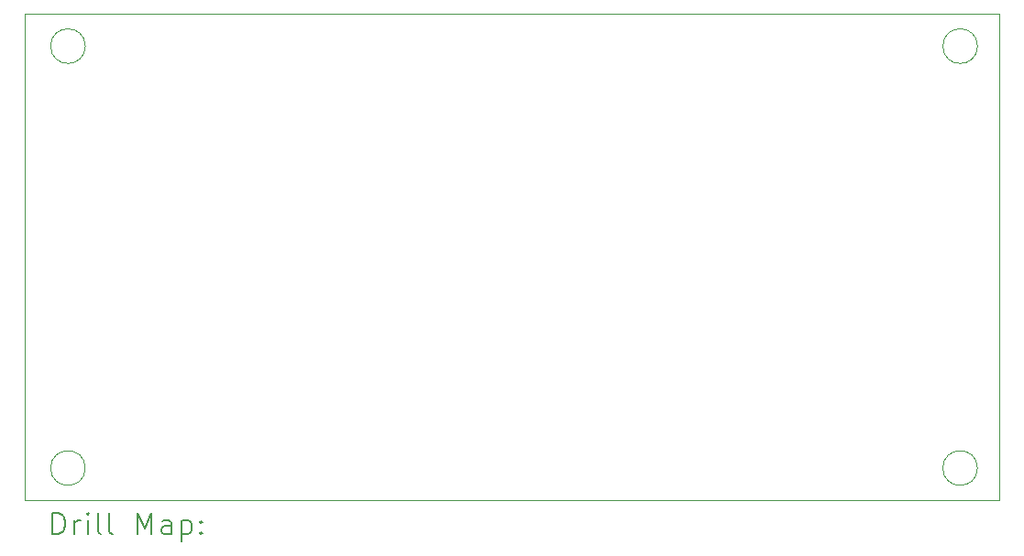
<source format=gbr>
%TF.GenerationSoftware,KiCad,Pcbnew,8.0.8*%
%TF.CreationDate,2025-06-29T12:51:11+09:00*%
%TF.ProjectId,PowerSeparate,506f7765-7253-4657-9061-726174652e6b,rev?*%
%TF.SameCoordinates,Original*%
%TF.FileFunction,Drillmap*%
%TF.FilePolarity,Positive*%
%FSLAX45Y45*%
G04 Gerber Fmt 4.5, Leading zero omitted, Abs format (unit mm)*
G04 Created by KiCad (PCBNEW 8.0.8) date 2025-06-29 12:51:11*
%MOMM*%
%LPD*%
G01*
G04 APERTURE LIST*
%ADD10C,0.050000*%
%ADD11C,0.200000*%
G04 APERTURE END LIST*
D10*
X15400000Y-9700000D02*
G75*
G02*
X15080000Y-9700000I-160000J0D01*
G01*
X15080000Y-9700000D02*
G75*
G02*
X15400000Y-9700000I160000J0D01*
G01*
X6600000Y-5500000D02*
X15600000Y-5500000D01*
X6600000Y-10000000D02*
X15600000Y-10000000D01*
X15600000Y-5500000D02*
X15600000Y-10000000D01*
X6600000Y-5500000D02*
X6600000Y-10000000D01*
X15400000Y-5800000D02*
G75*
G02*
X15080000Y-5800000I-160000J0D01*
G01*
X15080000Y-5800000D02*
G75*
G02*
X15400000Y-5800000I160000J0D01*
G01*
X7160000Y-9700000D02*
G75*
G02*
X6840000Y-9700000I-160000J0D01*
G01*
X6840000Y-9700000D02*
G75*
G02*
X7160000Y-9700000I160000J0D01*
G01*
X7160000Y-5800000D02*
G75*
G02*
X6840000Y-5800000I-160000J0D01*
G01*
X6840000Y-5800000D02*
G75*
G02*
X7160000Y-5800000I160000J0D01*
G01*
D11*
X6858277Y-10313984D02*
X6858277Y-10113984D01*
X6858277Y-10113984D02*
X6905896Y-10113984D01*
X6905896Y-10113984D02*
X6934467Y-10123508D01*
X6934467Y-10123508D02*
X6953515Y-10142555D01*
X6953515Y-10142555D02*
X6963039Y-10161603D01*
X6963039Y-10161603D02*
X6972562Y-10199698D01*
X6972562Y-10199698D02*
X6972562Y-10228270D01*
X6972562Y-10228270D02*
X6963039Y-10266365D01*
X6963039Y-10266365D02*
X6953515Y-10285412D01*
X6953515Y-10285412D02*
X6934467Y-10304460D01*
X6934467Y-10304460D02*
X6905896Y-10313984D01*
X6905896Y-10313984D02*
X6858277Y-10313984D01*
X7058277Y-10313984D02*
X7058277Y-10180650D01*
X7058277Y-10218746D02*
X7067801Y-10199698D01*
X7067801Y-10199698D02*
X7077324Y-10190174D01*
X7077324Y-10190174D02*
X7096372Y-10180650D01*
X7096372Y-10180650D02*
X7115420Y-10180650D01*
X7182086Y-10313984D02*
X7182086Y-10180650D01*
X7182086Y-10113984D02*
X7172562Y-10123508D01*
X7172562Y-10123508D02*
X7182086Y-10133031D01*
X7182086Y-10133031D02*
X7191610Y-10123508D01*
X7191610Y-10123508D02*
X7182086Y-10113984D01*
X7182086Y-10113984D02*
X7182086Y-10133031D01*
X7305896Y-10313984D02*
X7286848Y-10304460D01*
X7286848Y-10304460D02*
X7277324Y-10285412D01*
X7277324Y-10285412D02*
X7277324Y-10113984D01*
X7410658Y-10313984D02*
X7391610Y-10304460D01*
X7391610Y-10304460D02*
X7382086Y-10285412D01*
X7382086Y-10285412D02*
X7382086Y-10113984D01*
X7639229Y-10313984D02*
X7639229Y-10113984D01*
X7639229Y-10113984D02*
X7705896Y-10256841D01*
X7705896Y-10256841D02*
X7772562Y-10113984D01*
X7772562Y-10113984D02*
X7772562Y-10313984D01*
X7953515Y-10313984D02*
X7953515Y-10209222D01*
X7953515Y-10209222D02*
X7943991Y-10190174D01*
X7943991Y-10190174D02*
X7924943Y-10180650D01*
X7924943Y-10180650D02*
X7886848Y-10180650D01*
X7886848Y-10180650D02*
X7867801Y-10190174D01*
X7953515Y-10304460D02*
X7934467Y-10313984D01*
X7934467Y-10313984D02*
X7886848Y-10313984D01*
X7886848Y-10313984D02*
X7867801Y-10304460D01*
X7867801Y-10304460D02*
X7858277Y-10285412D01*
X7858277Y-10285412D02*
X7858277Y-10266365D01*
X7858277Y-10266365D02*
X7867801Y-10247317D01*
X7867801Y-10247317D02*
X7886848Y-10237793D01*
X7886848Y-10237793D02*
X7934467Y-10237793D01*
X7934467Y-10237793D02*
X7953515Y-10228270D01*
X8048753Y-10180650D02*
X8048753Y-10380650D01*
X8048753Y-10190174D02*
X8067801Y-10180650D01*
X8067801Y-10180650D02*
X8105896Y-10180650D01*
X8105896Y-10180650D02*
X8124943Y-10190174D01*
X8124943Y-10190174D02*
X8134467Y-10199698D01*
X8134467Y-10199698D02*
X8143991Y-10218746D01*
X8143991Y-10218746D02*
X8143991Y-10275889D01*
X8143991Y-10275889D02*
X8134467Y-10294936D01*
X8134467Y-10294936D02*
X8124943Y-10304460D01*
X8124943Y-10304460D02*
X8105896Y-10313984D01*
X8105896Y-10313984D02*
X8067801Y-10313984D01*
X8067801Y-10313984D02*
X8048753Y-10304460D01*
X8229705Y-10294936D02*
X8239229Y-10304460D01*
X8239229Y-10304460D02*
X8229705Y-10313984D01*
X8229705Y-10313984D02*
X8220182Y-10304460D01*
X8220182Y-10304460D02*
X8229705Y-10294936D01*
X8229705Y-10294936D02*
X8229705Y-10313984D01*
X8229705Y-10190174D02*
X8239229Y-10199698D01*
X8239229Y-10199698D02*
X8229705Y-10209222D01*
X8229705Y-10209222D02*
X8220182Y-10199698D01*
X8220182Y-10199698D02*
X8229705Y-10190174D01*
X8229705Y-10190174D02*
X8229705Y-10209222D01*
M02*

</source>
